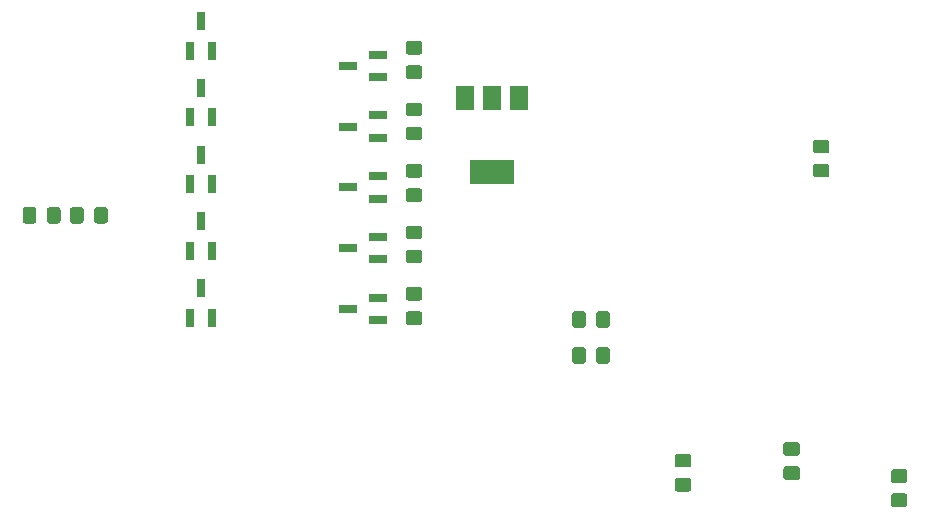
<source format=gbr>
%TF.GenerationSoftware,KiCad,Pcbnew,5.1.5+dfsg1-2build2*%
%TF.CreationDate,2021-01-07T21:04:46-03:00*%
%TF.ProjectId,Punkatoo,50756e6b-6174-46f6-9f2e-6b696361645f,rev?*%
%TF.SameCoordinates,Original*%
%TF.FileFunction,Paste,Bot*%
%TF.FilePolarity,Positive*%
%FSLAX46Y46*%
G04 Gerber Fmt 4.6, Leading zero omitted, Abs format (unit mm)*
G04 Created by KiCad (PCBNEW 5.1.5+dfsg1-2build2) date 2021-01-07 21:04:46*
%MOMM*%
%LPD*%
G04 APERTURE LIST*
%ADD10C,0.100000*%
%ADD11R,0.800000X1.500000*%
%ADD12R,1.500000X0.800000*%
%ADD13R,3.800000X2.000000*%
%ADD14R,1.500000X2.000000*%
G04 APERTURE END LIST*
D10*
%TO.C,JP3*%
G36*
X80274505Y-89301204D02*
G01*
X80298773Y-89304804D01*
X80322572Y-89310765D01*
X80345671Y-89319030D01*
X80367850Y-89329520D01*
X80388893Y-89342132D01*
X80408599Y-89356747D01*
X80426777Y-89373223D01*
X80443253Y-89391401D01*
X80457868Y-89411107D01*
X80470480Y-89432150D01*
X80480970Y-89454329D01*
X80489235Y-89477428D01*
X80495196Y-89501227D01*
X80498796Y-89525495D01*
X80500000Y-89549999D01*
X80500000Y-90450001D01*
X80498796Y-90474505D01*
X80495196Y-90498773D01*
X80489235Y-90522572D01*
X80480970Y-90545671D01*
X80470480Y-90567850D01*
X80457868Y-90588893D01*
X80443253Y-90608599D01*
X80426777Y-90626777D01*
X80408599Y-90643253D01*
X80388893Y-90657868D01*
X80367850Y-90670480D01*
X80345671Y-90680970D01*
X80322572Y-90689235D01*
X80298773Y-90695196D01*
X80274505Y-90698796D01*
X80250001Y-90700000D01*
X79599999Y-90700000D01*
X79575495Y-90698796D01*
X79551227Y-90695196D01*
X79527428Y-90689235D01*
X79504329Y-90680970D01*
X79482150Y-90670480D01*
X79461107Y-90657868D01*
X79441401Y-90643253D01*
X79423223Y-90626777D01*
X79406747Y-90608599D01*
X79392132Y-90588893D01*
X79379520Y-90567850D01*
X79369030Y-90545671D01*
X79360765Y-90522572D01*
X79354804Y-90498773D01*
X79351204Y-90474505D01*
X79350000Y-90450001D01*
X79350000Y-89549999D01*
X79351204Y-89525495D01*
X79354804Y-89501227D01*
X79360765Y-89477428D01*
X79369030Y-89454329D01*
X79379520Y-89432150D01*
X79392132Y-89411107D01*
X79406747Y-89391401D01*
X79423223Y-89373223D01*
X79441401Y-89356747D01*
X79461107Y-89342132D01*
X79482150Y-89329520D01*
X79504329Y-89319030D01*
X79527428Y-89310765D01*
X79551227Y-89304804D01*
X79575495Y-89301204D01*
X79599999Y-89300000D01*
X80250001Y-89300000D01*
X80274505Y-89301204D01*
G37*
G36*
X78224505Y-89301204D02*
G01*
X78248773Y-89304804D01*
X78272572Y-89310765D01*
X78295671Y-89319030D01*
X78317850Y-89329520D01*
X78338893Y-89342132D01*
X78358599Y-89356747D01*
X78376777Y-89373223D01*
X78393253Y-89391401D01*
X78407868Y-89411107D01*
X78420480Y-89432150D01*
X78430970Y-89454329D01*
X78439235Y-89477428D01*
X78445196Y-89501227D01*
X78448796Y-89525495D01*
X78450000Y-89549999D01*
X78450000Y-90450001D01*
X78448796Y-90474505D01*
X78445196Y-90498773D01*
X78439235Y-90522572D01*
X78430970Y-90545671D01*
X78420480Y-90567850D01*
X78407868Y-90588893D01*
X78393253Y-90608599D01*
X78376777Y-90626777D01*
X78358599Y-90643253D01*
X78338893Y-90657868D01*
X78317850Y-90670480D01*
X78295671Y-90680970D01*
X78272572Y-90689235D01*
X78248773Y-90695196D01*
X78224505Y-90698796D01*
X78200001Y-90700000D01*
X77549999Y-90700000D01*
X77525495Y-90698796D01*
X77501227Y-90695196D01*
X77477428Y-90689235D01*
X77454329Y-90680970D01*
X77432150Y-90670480D01*
X77411107Y-90657868D01*
X77391401Y-90643253D01*
X77373223Y-90626777D01*
X77356747Y-90608599D01*
X77342132Y-90588893D01*
X77329520Y-90567850D01*
X77319030Y-90545671D01*
X77310765Y-90522572D01*
X77304804Y-90498773D01*
X77301204Y-90474505D01*
X77300000Y-90450001D01*
X77300000Y-89549999D01*
X77301204Y-89525495D01*
X77304804Y-89501227D01*
X77310765Y-89477428D01*
X77319030Y-89454329D01*
X77329520Y-89432150D01*
X77342132Y-89411107D01*
X77356747Y-89391401D01*
X77373223Y-89373223D01*
X77391401Y-89356747D01*
X77411107Y-89342132D01*
X77432150Y-89329520D01*
X77454329Y-89319030D01*
X77477428Y-89310765D01*
X77501227Y-89304804D01*
X77525495Y-89301204D01*
X77549999Y-89300000D01*
X78200001Y-89300000D01*
X78224505Y-89301204D01*
G37*
%TD*%
%TO.C,JP2*%
G36*
X74224505Y-89301204D02*
G01*
X74248773Y-89304804D01*
X74272572Y-89310765D01*
X74295671Y-89319030D01*
X74317850Y-89329520D01*
X74338893Y-89342132D01*
X74358599Y-89356747D01*
X74376777Y-89373223D01*
X74393253Y-89391401D01*
X74407868Y-89411107D01*
X74420480Y-89432150D01*
X74430970Y-89454329D01*
X74439235Y-89477428D01*
X74445196Y-89501227D01*
X74448796Y-89525495D01*
X74450000Y-89549999D01*
X74450000Y-90450001D01*
X74448796Y-90474505D01*
X74445196Y-90498773D01*
X74439235Y-90522572D01*
X74430970Y-90545671D01*
X74420480Y-90567850D01*
X74407868Y-90588893D01*
X74393253Y-90608599D01*
X74376777Y-90626777D01*
X74358599Y-90643253D01*
X74338893Y-90657868D01*
X74317850Y-90670480D01*
X74295671Y-90680970D01*
X74272572Y-90689235D01*
X74248773Y-90695196D01*
X74224505Y-90698796D01*
X74200001Y-90700000D01*
X73549999Y-90700000D01*
X73525495Y-90698796D01*
X73501227Y-90695196D01*
X73477428Y-90689235D01*
X73454329Y-90680970D01*
X73432150Y-90670480D01*
X73411107Y-90657868D01*
X73391401Y-90643253D01*
X73373223Y-90626777D01*
X73356747Y-90608599D01*
X73342132Y-90588893D01*
X73329520Y-90567850D01*
X73319030Y-90545671D01*
X73310765Y-90522572D01*
X73304804Y-90498773D01*
X73301204Y-90474505D01*
X73300000Y-90450001D01*
X73300000Y-89549999D01*
X73301204Y-89525495D01*
X73304804Y-89501227D01*
X73310765Y-89477428D01*
X73319030Y-89454329D01*
X73329520Y-89432150D01*
X73342132Y-89411107D01*
X73356747Y-89391401D01*
X73373223Y-89373223D01*
X73391401Y-89356747D01*
X73411107Y-89342132D01*
X73432150Y-89329520D01*
X73454329Y-89319030D01*
X73477428Y-89310765D01*
X73501227Y-89304804D01*
X73525495Y-89301204D01*
X73549999Y-89300000D01*
X74200001Y-89300000D01*
X74224505Y-89301204D01*
G37*
G36*
X76274505Y-89301204D02*
G01*
X76298773Y-89304804D01*
X76322572Y-89310765D01*
X76345671Y-89319030D01*
X76367850Y-89329520D01*
X76388893Y-89342132D01*
X76408599Y-89356747D01*
X76426777Y-89373223D01*
X76443253Y-89391401D01*
X76457868Y-89411107D01*
X76470480Y-89432150D01*
X76480970Y-89454329D01*
X76489235Y-89477428D01*
X76495196Y-89501227D01*
X76498796Y-89525495D01*
X76500000Y-89549999D01*
X76500000Y-90450001D01*
X76498796Y-90474505D01*
X76495196Y-90498773D01*
X76489235Y-90522572D01*
X76480970Y-90545671D01*
X76470480Y-90567850D01*
X76457868Y-90588893D01*
X76443253Y-90608599D01*
X76426777Y-90626777D01*
X76408599Y-90643253D01*
X76388893Y-90657868D01*
X76367850Y-90670480D01*
X76345671Y-90680970D01*
X76322572Y-90689235D01*
X76298773Y-90695196D01*
X76274505Y-90698796D01*
X76250001Y-90700000D01*
X75599999Y-90700000D01*
X75575495Y-90698796D01*
X75551227Y-90695196D01*
X75527428Y-90689235D01*
X75504329Y-90680970D01*
X75482150Y-90670480D01*
X75461107Y-90657868D01*
X75441401Y-90643253D01*
X75423223Y-90626777D01*
X75406747Y-90608599D01*
X75392132Y-90588893D01*
X75379520Y-90567850D01*
X75369030Y-90545671D01*
X75360765Y-90522572D01*
X75354804Y-90498773D01*
X75351204Y-90474505D01*
X75350000Y-90450001D01*
X75350000Y-89549999D01*
X75351204Y-89525495D01*
X75354804Y-89501227D01*
X75360765Y-89477428D01*
X75369030Y-89454329D01*
X75379520Y-89432150D01*
X75392132Y-89411107D01*
X75406747Y-89391401D01*
X75423223Y-89373223D01*
X75441401Y-89356747D01*
X75461107Y-89342132D01*
X75482150Y-89329520D01*
X75504329Y-89319030D01*
X75527428Y-89310765D01*
X75551227Y-89304804D01*
X75575495Y-89301204D01*
X75599999Y-89300000D01*
X76250001Y-89300000D01*
X76274505Y-89301204D01*
G37*
%TD*%
%TO.C,J5*%
G36*
X141374505Y-85651204D02*
G01*
X141398773Y-85654804D01*
X141422572Y-85660765D01*
X141445671Y-85669030D01*
X141467850Y-85679520D01*
X141488893Y-85692132D01*
X141508599Y-85706747D01*
X141526777Y-85723223D01*
X141543253Y-85741401D01*
X141557868Y-85761107D01*
X141570480Y-85782150D01*
X141580970Y-85804329D01*
X141589235Y-85827428D01*
X141595196Y-85851227D01*
X141598796Y-85875495D01*
X141600000Y-85899999D01*
X141600000Y-86550001D01*
X141598796Y-86574505D01*
X141595196Y-86598773D01*
X141589235Y-86622572D01*
X141580970Y-86645671D01*
X141570480Y-86667850D01*
X141557868Y-86688893D01*
X141543253Y-86708599D01*
X141526777Y-86726777D01*
X141508599Y-86743253D01*
X141488893Y-86757868D01*
X141467850Y-86770480D01*
X141445671Y-86780970D01*
X141422572Y-86789235D01*
X141398773Y-86795196D01*
X141374505Y-86798796D01*
X141350001Y-86800000D01*
X140449999Y-86800000D01*
X140425495Y-86798796D01*
X140401227Y-86795196D01*
X140377428Y-86789235D01*
X140354329Y-86780970D01*
X140332150Y-86770480D01*
X140311107Y-86757868D01*
X140291401Y-86743253D01*
X140273223Y-86726777D01*
X140256747Y-86708599D01*
X140242132Y-86688893D01*
X140229520Y-86667850D01*
X140219030Y-86645671D01*
X140210765Y-86622572D01*
X140204804Y-86598773D01*
X140201204Y-86574505D01*
X140200000Y-86550001D01*
X140200000Y-85899999D01*
X140201204Y-85875495D01*
X140204804Y-85851227D01*
X140210765Y-85827428D01*
X140219030Y-85804329D01*
X140229520Y-85782150D01*
X140242132Y-85761107D01*
X140256747Y-85741401D01*
X140273223Y-85723223D01*
X140291401Y-85706747D01*
X140311107Y-85692132D01*
X140332150Y-85679520D01*
X140354329Y-85669030D01*
X140377428Y-85660765D01*
X140401227Y-85654804D01*
X140425495Y-85651204D01*
X140449999Y-85650000D01*
X141350001Y-85650000D01*
X141374505Y-85651204D01*
G37*
G36*
X141374505Y-83601204D02*
G01*
X141398773Y-83604804D01*
X141422572Y-83610765D01*
X141445671Y-83619030D01*
X141467850Y-83629520D01*
X141488893Y-83642132D01*
X141508599Y-83656747D01*
X141526777Y-83673223D01*
X141543253Y-83691401D01*
X141557868Y-83711107D01*
X141570480Y-83732150D01*
X141580970Y-83754329D01*
X141589235Y-83777428D01*
X141595196Y-83801227D01*
X141598796Y-83825495D01*
X141600000Y-83849999D01*
X141600000Y-84500001D01*
X141598796Y-84524505D01*
X141595196Y-84548773D01*
X141589235Y-84572572D01*
X141580970Y-84595671D01*
X141570480Y-84617850D01*
X141557868Y-84638893D01*
X141543253Y-84658599D01*
X141526777Y-84676777D01*
X141508599Y-84693253D01*
X141488893Y-84707868D01*
X141467850Y-84720480D01*
X141445671Y-84730970D01*
X141422572Y-84739235D01*
X141398773Y-84745196D01*
X141374505Y-84748796D01*
X141350001Y-84750000D01*
X140449999Y-84750000D01*
X140425495Y-84748796D01*
X140401227Y-84745196D01*
X140377428Y-84739235D01*
X140354329Y-84730970D01*
X140332150Y-84720480D01*
X140311107Y-84707868D01*
X140291401Y-84693253D01*
X140273223Y-84676777D01*
X140256747Y-84658599D01*
X140242132Y-84638893D01*
X140229520Y-84617850D01*
X140219030Y-84595671D01*
X140210765Y-84572572D01*
X140204804Y-84548773D01*
X140201204Y-84524505D01*
X140200000Y-84500001D01*
X140200000Y-83849999D01*
X140201204Y-83825495D01*
X140204804Y-83801227D01*
X140210765Y-83777428D01*
X140219030Y-83754329D01*
X140229520Y-83732150D01*
X140242132Y-83711107D01*
X140256747Y-83691401D01*
X140273223Y-83673223D01*
X140291401Y-83656747D01*
X140311107Y-83642132D01*
X140332150Y-83629520D01*
X140354329Y-83619030D01*
X140377428Y-83610765D01*
X140401227Y-83604804D01*
X140425495Y-83601204D01*
X140449999Y-83600000D01*
X141350001Y-83600000D01*
X141374505Y-83601204D01*
G37*
%TD*%
%TO.C,J4*%
G36*
X147974505Y-111501204D02*
G01*
X147998773Y-111504804D01*
X148022572Y-111510765D01*
X148045671Y-111519030D01*
X148067850Y-111529520D01*
X148088893Y-111542132D01*
X148108599Y-111556747D01*
X148126777Y-111573223D01*
X148143253Y-111591401D01*
X148157868Y-111611107D01*
X148170480Y-111632150D01*
X148180970Y-111654329D01*
X148189235Y-111677428D01*
X148195196Y-111701227D01*
X148198796Y-111725495D01*
X148200000Y-111749999D01*
X148200000Y-112400001D01*
X148198796Y-112424505D01*
X148195196Y-112448773D01*
X148189235Y-112472572D01*
X148180970Y-112495671D01*
X148170480Y-112517850D01*
X148157868Y-112538893D01*
X148143253Y-112558599D01*
X148126777Y-112576777D01*
X148108599Y-112593253D01*
X148088893Y-112607868D01*
X148067850Y-112620480D01*
X148045671Y-112630970D01*
X148022572Y-112639235D01*
X147998773Y-112645196D01*
X147974505Y-112648796D01*
X147950001Y-112650000D01*
X147049999Y-112650000D01*
X147025495Y-112648796D01*
X147001227Y-112645196D01*
X146977428Y-112639235D01*
X146954329Y-112630970D01*
X146932150Y-112620480D01*
X146911107Y-112607868D01*
X146891401Y-112593253D01*
X146873223Y-112576777D01*
X146856747Y-112558599D01*
X146842132Y-112538893D01*
X146829520Y-112517850D01*
X146819030Y-112495671D01*
X146810765Y-112472572D01*
X146804804Y-112448773D01*
X146801204Y-112424505D01*
X146800000Y-112400001D01*
X146800000Y-111749999D01*
X146801204Y-111725495D01*
X146804804Y-111701227D01*
X146810765Y-111677428D01*
X146819030Y-111654329D01*
X146829520Y-111632150D01*
X146842132Y-111611107D01*
X146856747Y-111591401D01*
X146873223Y-111573223D01*
X146891401Y-111556747D01*
X146911107Y-111542132D01*
X146932150Y-111529520D01*
X146954329Y-111519030D01*
X146977428Y-111510765D01*
X147001227Y-111504804D01*
X147025495Y-111501204D01*
X147049999Y-111500000D01*
X147950001Y-111500000D01*
X147974505Y-111501204D01*
G37*
G36*
X147974505Y-113551204D02*
G01*
X147998773Y-113554804D01*
X148022572Y-113560765D01*
X148045671Y-113569030D01*
X148067850Y-113579520D01*
X148088893Y-113592132D01*
X148108599Y-113606747D01*
X148126777Y-113623223D01*
X148143253Y-113641401D01*
X148157868Y-113661107D01*
X148170480Y-113682150D01*
X148180970Y-113704329D01*
X148189235Y-113727428D01*
X148195196Y-113751227D01*
X148198796Y-113775495D01*
X148200000Y-113799999D01*
X148200000Y-114450001D01*
X148198796Y-114474505D01*
X148195196Y-114498773D01*
X148189235Y-114522572D01*
X148180970Y-114545671D01*
X148170480Y-114567850D01*
X148157868Y-114588893D01*
X148143253Y-114608599D01*
X148126777Y-114626777D01*
X148108599Y-114643253D01*
X148088893Y-114657868D01*
X148067850Y-114670480D01*
X148045671Y-114680970D01*
X148022572Y-114689235D01*
X147998773Y-114695196D01*
X147974505Y-114698796D01*
X147950001Y-114700000D01*
X147049999Y-114700000D01*
X147025495Y-114698796D01*
X147001227Y-114695196D01*
X146977428Y-114689235D01*
X146954329Y-114680970D01*
X146932150Y-114670480D01*
X146911107Y-114657868D01*
X146891401Y-114643253D01*
X146873223Y-114626777D01*
X146856747Y-114608599D01*
X146842132Y-114588893D01*
X146829520Y-114567850D01*
X146819030Y-114545671D01*
X146810765Y-114522572D01*
X146804804Y-114498773D01*
X146801204Y-114474505D01*
X146800000Y-114450001D01*
X146800000Y-113799999D01*
X146801204Y-113775495D01*
X146804804Y-113751227D01*
X146810765Y-113727428D01*
X146819030Y-113704329D01*
X146829520Y-113682150D01*
X146842132Y-113661107D01*
X146856747Y-113641401D01*
X146873223Y-113623223D01*
X146891401Y-113606747D01*
X146911107Y-113592132D01*
X146932150Y-113579520D01*
X146954329Y-113569030D01*
X146977428Y-113560765D01*
X147001227Y-113554804D01*
X147025495Y-113551204D01*
X147049999Y-113550000D01*
X147950001Y-113550000D01*
X147974505Y-113551204D01*
G37*
%TD*%
%TO.C,R6*%
G36*
X138874505Y-111251204D02*
G01*
X138898773Y-111254804D01*
X138922572Y-111260765D01*
X138945671Y-111269030D01*
X138967850Y-111279520D01*
X138988893Y-111292132D01*
X139008599Y-111306747D01*
X139026777Y-111323223D01*
X139043253Y-111341401D01*
X139057868Y-111361107D01*
X139070480Y-111382150D01*
X139080970Y-111404329D01*
X139089235Y-111427428D01*
X139095196Y-111451227D01*
X139098796Y-111475495D01*
X139100000Y-111499999D01*
X139100000Y-112150001D01*
X139098796Y-112174505D01*
X139095196Y-112198773D01*
X139089235Y-112222572D01*
X139080970Y-112245671D01*
X139070480Y-112267850D01*
X139057868Y-112288893D01*
X139043253Y-112308599D01*
X139026777Y-112326777D01*
X139008599Y-112343253D01*
X138988893Y-112357868D01*
X138967850Y-112370480D01*
X138945671Y-112380970D01*
X138922572Y-112389235D01*
X138898773Y-112395196D01*
X138874505Y-112398796D01*
X138850001Y-112400000D01*
X137949999Y-112400000D01*
X137925495Y-112398796D01*
X137901227Y-112395196D01*
X137877428Y-112389235D01*
X137854329Y-112380970D01*
X137832150Y-112370480D01*
X137811107Y-112357868D01*
X137791401Y-112343253D01*
X137773223Y-112326777D01*
X137756747Y-112308599D01*
X137742132Y-112288893D01*
X137729520Y-112267850D01*
X137719030Y-112245671D01*
X137710765Y-112222572D01*
X137704804Y-112198773D01*
X137701204Y-112174505D01*
X137700000Y-112150001D01*
X137700000Y-111499999D01*
X137701204Y-111475495D01*
X137704804Y-111451227D01*
X137710765Y-111427428D01*
X137719030Y-111404329D01*
X137729520Y-111382150D01*
X137742132Y-111361107D01*
X137756747Y-111341401D01*
X137773223Y-111323223D01*
X137791401Y-111306747D01*
X137811107Y-111292132D01*
X137832150Y-111279520D01*
X137854329Y-111269030D01*
X137877428Y-111260765D01*
X137901227Y-111254804D01*
X137925495Y-111251204D01*
X137949999Y-111250000D01*
X138850001Y-111250000D01*
X138874505Y-111251204D01*
G37*
G36*
X138874505Y-109201204D02*
G01*
X138898773Y-109204804D01*
X138922572Y-109210765D01*
X138945671Y-109219030D01*
X138967850Y-109229520D01*
X138988893Y-109242132D01*
X139008599Y-109256747D01*
X139026777Y-109273223D01*
X139043253Y-109291401D01*
X139057868Y-109311107D01*
X139070480Y-109332150D01*
X139080970Y-109354329D01*
X139089235Y-109377428D01*
X139095196Y-109401227D01*
X139098796Y-109425495D01*
X139100000Y-109449999D01*
X139100000Y-110100001D01*
X139098796Y-110124505D01*
X139095196Y-110148773D01*
X139089235Y-110172572D01*
X139080970Y-110195671D01*
X139070480Y-110217850D01*
X139057868Y-110238893D01*
X139043253Y-110258599D01*
X139026777Y-110276777D01*
X139008599Y-110293253D01*
X138988893Y-110307868D01*
X138967850Y-110320480D01*
X138945671Y-110330970D01*
X138922572Y-110339235D01*
X138898773Y-110345196D01*
X138874505Y-110348796D01*
X138850001Y-110350000D01*
X137949999Y-110350000D01*
X137925495Y-110348796D01*
X137901227Y-110345196D01*
X137877428Y-110339235D01*
X137854329Y-110330970D01*
X137832150Y-110320480D01*
X137811107Y-110307868D01*
X137791401Y-110293253D01*
X137773223Y-110276777D01*
X137756747Y-110258599D01*
X137742132Y-110238893D01*
X137729520Y-110217850D01*
X137719030Y-110195671D01*
X137710765Y-110172572D01*
X137704804Y-110148773D01*
X137701204Y-110124505D01*
X137700000Y-110100001D01*
X137700000Y-109449999D01*
X137701204Y-109425495D01*
X137704804Y-109401227D01*
X137710765Y-109377428D01*
X137719030Y-109354329D01*
X137729520Y-109332150D01*
X137742132Y-109311107D01*
X137756747Y-109291401D01*
X137773223Y-109273223D01*
X137791401Y-109256747D01*
X137811107Y-109242132D01*
X137832150Y-109229520D01*
X137854329Y-109219030D01*
X137877428Y-109210765D01*
X137901227Y-109204804D01*
X137925495Y-109201204D01*
X137949999Y-109200000D01*
X138850001Y-109200000D01*
X138874505Y-109201204D01*
G37*
%TD*%
%TO.C,R7*%
G36*
X129674505Y-112251204D02*
G01*
X129698773Y-112254804D01*
X129722572Y-112260765D01*
X129745671Y-112269030D01*
X129767850Y-112279520D01*
X129788893Y-112292132D01*
X129808599Y-112306747D01*
X129826777Y-112323223D01*
X129843253Y-112341401D01*
X129857868Y-112361107D01*
X129870480Y-112382150D01*
X129880970Y-112404329D01*
X129889235Y-112427428D01*
X129895196Y-112451227D01*
X129898796Y-112475495D01*
X129900000Y-112499999D01*
X129900000Y-113150001D01*
X129898796Y-113174505D01*
X129895196Y-113198773D01*
X129889235Y-113222572D01*
X129880970Y-113245671D01*
X129870480Y-113267850D01*
X129857868Y-113288893D01*
X129843253Y-113308599D01*
X129826777Y-113326777D01*
X129808599Y-113343253D01*
X129788893Y-113357868D01*
X129767850Y-113370480D01*
X129745671Y-113380970D01*
X129722572Y-113389235D01*
X129698773Y-113395196D01*
X129674505Y-113398796D01*
X129650001Y-113400000D01*
X128749999Y-113400000D01*
X128725495Y-113398796D01*
X128701227Y-113395196D01*
X128677428Y-113389235D01*
X128654329Y-113380970D01*
X128632150Y-113370480D01*
X128611107Y-113357868D01*
X128591401Y-113343253D01*
X128573223Y-113326777D01*
X128556747Y-113308599D01*
X128542132Y-113288893D01*
X128529520Y-113267850D01*
X128519030Y-113245671D01*
X128510765Y-113222572D01*
X128504804Y-113198773D01*
X128501204Y-113174505D01*
X128500000Y-113150001D01*
X128500000Y-112499999D01*
X128501204Y-112475495D01*
X128504804Y-112451227D01*
X128510765Y-112427428D01*
X128519030Y-112404329D01*
X128529520Y-112382150D01*
X128542132Y-112361107D01*
X128556747Y-112341401D01*
X128573223Y-112323223D01*
X128591401Y-112306747D01*
X128611107Y-112292132D01*
X128632150Y-112279520D01*
X128654329Y-112269030D01*
X128677428Y-112260765D01*
X128701227Y-112254804D01*
X128725495Y-112251204D01*
X128749999Y-112250000D01*
X129650001Y-112250000D01*
X129674505Y-112251204D01*
G37*
G36*
X129674505Y-110201204D02*
G01*
X129698773Y-110204804D01*
X129722572Y-110210765D01*
X129745671Y-110219030D01*
X129767850Y-110229520D01*
X129788893Y-110242132D01*
X129808599Y-110256747D01*
X129826777Y-110273223D01*
X129843253Y-110291401D01*
X129857868Y-110311107D01*
X129870480Y-110332150D01*
X129880970Y-110354329D01*
X129889235Y-110377428D01*
X129895196Y-110401227D01*
X129898796Y-110425495D01*
X129900000Y-110449999D01*
X129900000Y-111100001D01*
X129898796Y-111124505D01*
X129895196Y-111148773D01*
X129889235Y-111172572D01*
X129880970Y-111195671D01*
X129870480Y-111217850D01*
X129857868Y-111238893D01*
X129843253Y-111258599D01*
X129826777Y-111276777D01*
X129808599Y-111293253D01*
X129788893Y-111307868D01*
X129767850Y-111320480D01*
X129745671Y-111330970D01*
X129722572Y-111339235D01*
X129698773Y-111345196D01*
X129674505Y-111348796D01*
X129650001Y-111350000D01*
X128749999Y-111350000D01*
X128725495Y-111348796D01*
X128701227Y-111345196D01*
X128677428Y-111339235D01*
X128654329Y-111330970D01*
X128632150Y-111320480D01*
X128611107Y-111307868D01*
X128591401Y-111293253D01*
X128573223Y-111276777D01*
X128556747Y-111258599D01*
X128542132Y-111238893D01*
X128529520Y-111217850D01*
X128519030Y-111195671D01*
X128510765Y-111172572D01*
X128504804Y-111148773D01*
X128501204Y-111124505D01*
X128500000Y-111100001D01*
X128500000Y-110449999D01*
X128501204Y-110425495D01*
X128504804Y-110401227D01*
X128510765Y-110377428D01*
X128519030Y-110354329D01*
X128529520Y-110332150D01*
X128542132Y-110311107D01*
X128556747Y-110291401D01*
X128573223Y-110273223D01*
X128591401Y-110256747D01*
X128611107Y-110242132D01*
X128632150Y-110229520D01*
X128654329Y-110219030D01*
X128677428Y-110210765D01*
X128701227Y-110204804D01*
X128725495Y-110201204D01*
X128749999Y-110200000D01*
X129650001Y-110200000D01*
X129674505Y-110201204D01*
G37*
%TD*%
D11*
%TO.C,Q11*%
X89340000Y-98670000D03*
X87440000Y-98670000D03*
X88390000Y-96170000D03*
%TD*%
D12*
%TO.C,Q4*%
X103356000Y-86691000D03*
X103356000Y-88591000D03*
X100856000Y-87641000D03*
%TD*%
D11*
%TO.C,Q9*%
X89340000Y-87367000D03*
X87440000Y-87367000D03*
X88390000Y-84867000D03*
%TD*%
D12*
%TO.C,Q6*%
X103356000Y-96978000D03*
X103356000Y-98878000D03*
X100856000Y-97928000D03*
%TD*%
%TO.C,Q2*%
X103356000Y-76404000D03*
X103356000Y-78304000D03*
X100856000Y-77354000D03*
%TD*%
D10*
%TO.C,R9*%
G36*
X120736505Y-98107204D02*
G01*
X120760773Y-98110804D01*
X120784572Y-98116765D01*
X120807671Y-98125030D01*
X120829850Y-98135520D01*
X120850893Y-98148132D01*
X120870599Y-98162747D01*
X120888777Y-98179223D01*
X120905253Y-98197401D01*
X120919868Y-98217107D01*
X120932480Y-98238150D01*
X120942970Y-98260329D01*
X120951235Y-98283428D01*
X120957196Y-98307227D01*
X120960796Y-98331495D01*
X120962000Y-98355999D01*
X120962000Y-99256001D01*
X120960796Y-99280505D01*
X120957196Y-99304773D01*
X120951235Y-99328572D01*
X120942970Y-99351671D01*
X120932480Y-99373850D01*
X120919868Y-99394893D01*
X120905253Y-99414599D01*
X120888777Y-99432777D01*
X120870599Y-99449253D01*
X120850893Y-99463868D01*
X120829850Y-99476480D01*
X120807671Y-99486970D01*
X120784572Y-99495235D01*
X120760773Y-99501196D01*
X120736505Y-99504796D01*
X120712001Y-99506000D01*
X120061999Y-99506000D01*
X120037495Y-99504796D01*
X120013227Y-99501196D01*
X119989428Y-99495235D01*
X119966329Y-99486970D01*
X119944150Y-99476480D01*
X119923107Y-99463868D01*
X119903401Y-99449253D01*
X119885223Y-99432777D01*
X119868747Y-99414599D01*
X119854132Y-99394893D01*
X119841520Y-99373850D01*
X119831030Y-99351671D01*
X119822765Y-99328572D01*
X119816804Y-99304773D01*
X119813204Y-99280505D01*
X119812000Y-99256001D01*
X119812000Y-98355999D01*
X119813204Y-98331495D01*
X119816804Y-98307227D01*
X119822765Y-98283428D01*
X119831030Y-98260329D01*
X119841520Y-98238150D01*
X119854132Y-98217107D01*
X119868747Y-98197401D01*
X119885223Y-98179223D01*
X119903401Y-98162747D01*
X119923107Y-98148132D01*
X119944150Y-98135520D01*
X119966329Y-98125030D01*
X119989428Y-98116765D01*
X120013227Y-98110804D01*
X120037495Y-98107204D01*
X120061999Y-98106000D01*
X120712001Y-98106000D01*
X120736505Y-98107204D01*
G37*
G36*
X122786505Y-98107204D02*
G01*
X122810773Y-98110804D01*
X122834572Y-98116765D01*
X122857671Y-98125030D01*
X122879850Y-98135520D01*
X122900893Y-98148132D01*
X122920599Y-98162747D01*
X122938777Y-98179223D01*
X122955253Y-98197401D01*
X122969868Y-98217107D01*
X122982480Y-98238150D01*
X122992970Y-98260329D01*
X123001235Y-98283428D01*
X123007196Y-98307227D01*
X123010796Y-98331495D01*
X123012000Y-98355999D01*
X123012000Y-99256001D01*
X123010796Y-99280505D01*
X123007196Y-99304773D01*
X123001235Y-99328572D01*
X122992970Y-99351671D01*
X122982480Y-99373850D01*
X122969868Y-99394893D01*
X122955253Y-99414599D01*
X122938777Y-99432777D01*
X122920599Y-99449253D01*
X122900893Y-99463868D01*
X122879850Y-99476480D01*
X122857671Y-99486970D01*
X122834572Y-99495235D01*
X122810773Y-99501196D01*
X122786505Y-99504796D01*
X122762001Y-99506000D01*
X122111999Y-99506000D01*
X122087495Y-99504796D01*
X122063227Y-99501196D01*
X122039428Y-99495235D01*
X122016329Y-99486970D01*
X121994150Y-99476480D01*
X121973107Y-99463868D01*
X121953401Y-99449253D01*
X121935223Y-99432777D01*
X121918747Y-99414599D01*
X121904132Y-99394893D01*
X121891520Y-99373850D01*
X121881030Y-99351671D01*
X121872765Y-99328572D01*
X121866804Y-99304773D01*
X121863204Y-99280505D01*
X121862000Y-99256001D01*
X121862000Y-98355999D01*
X121863204Y-98331495D01*
X121866804Y-98307227D01*
X121872765Y-98283428D01*
X121881030Y-98260329D01*
X121891520Y-98238150D01*
X121904132Y-98217107D01*
X121918747Y-98197401D01*
X121935223Y-98179223D01*
X121953401Y-98162747D01*
X121973107Y-98148132D01*
X121994150Y-98135520D01*
X122016329Y-98125030D01*
X122039428Y-98116765D01*
X122063227Y-98110804D01*
X122087495Y-98107204D01*
X122111999Y-98106000D01*
X122762001Y-98106000D01*
X122786505Y-98107204D01*
G37*
%TD*%
D12*
%TO.C,Q3*%
X103356000Y-81547500D03*
X103356000Y-83447500D03*
X100856000Y-82497500D03*
%TD*%
D10*
%TO.C,R11*%
G36*
X106898505Y-80454204D02*
G01*
X106922773Y-80457804D01*
X106946572Y-80463765D01*
X106969671Y-80472030D01*
X106991850Y-80482520D01*
X107012893Y-80495132D01*
X107032599Y-80509747D01*
X107050777Y-80526223D01*
X107067253Y-80544401D01*
X107081868Y-80564107D01*
X107094480Y-80585150D01*
X107104970Y-80607329D01*
X107113235Y-80630428D01*
X107119196Y-80654227D01*
X107122796Y-80678495D01*
X107124000Y-80702999D01*
X107124000Y-81353001D01*
X107122796Y-81377505D01*
X107119196Y-81401773D01*
X107113235Y-81425572D01*
X107104970Y-81448671D01*
X107094480Y-81470850D01*
X107081868Y-81491893D01*
X107067253Y-81511599D01*
X107050777Y-81529777D01*
X107032599Y-81546253D01*
X107012893Y-81560868D01*
X106991850Y-81573480D01*
X106969671Y-81583970D01*
X106946572Y-81592235D01*
X106922773Y-81598196D01*
X106898505Y-81601796D01*
X106874001Y-81603000D01*
X105973999Y-81603000D01*
X105949495Y-81601796D01*
X105925227Y-81598196D01*
X105901428Y-81592235D01*
X105878329Y-81583970D01*
X105856150Y-81573480D01*
X105835107Y-81560868D01*
X105815401Y-81546253D01*
X105797223Y-81529777D01*
X105780747Y-81511599D01*
X105766132Y-81491893D01*
X105753520Y-81470850D01*
X105743030Y-81448671D01*
X105734765Y-81425572D01*
X105728804Y-81401773D01*
X105725204Y-81377505D01*
X105724000Y-81353001D01*
X105724000Y-80702999D01*
X105725204Y-80678495D01*
X105728804Y-80654227D01*
X105734765Y-80630428D01*
X105743030Y-80607329D01*
X105753520Y-80585150D01*
X105766132Y-80564107D01*
X105780747Y-80544401D01*
X105797223Y-80526223D01*
X105815401Y-80509747D01*
X105835107Y-80495132D01*
X105856150Y-80482520D01*
X105878329Y-80472030D01*
X105901428Y-80463765D01*
X105925227Y-80457804D01*
X105949495Y-80454204D01*
X105973999Y-80453000D01*
X106874001Y-80453000D01*
X106898505Y-80454204D01*
G37*
G36*
X106898505Y-82504204D02*
G01*
X106922773Y-82507804D01*
X106946572Y-82513765D01*
X106969671Y-82522030D01*
X106991850Y-82532520D01*
X107012893Y-82545132D01*
X107032599Y-82559747D01*
X107050777Y-82576223D01*
X107067253Y-82594401D01*
X107081868Y-82614107D01*
X107094480Y-82635150D01*
X107104970Y-82657329D01*
X107113235Y-82680428D01*
X107119196Y-82704227D01*
X107122796Y-82728495D01*
X107124000Y-82752999D01*
X107124000Y-83403001D01*
X107122796Y-83427505D01*
X107119196Y-83451773D01*
X107113235Y-83475572D01*
X107104970Y-83498671D01*
X107094480Y-83520850D01*
X107081868Y-83541893D01*
X107067253Y-83561599D01*
X107050777Y-83579777D01*
X107032599Y-83596253D01*
X107012893Y-83610868D01*
X106991850Y-83623480D01*
X106969671Y-83633970D01*
X106946572Y-83642235D01*
X106922773Y-83648196D01*
X106898505Y-83651796D01*
X106874001Y-83653000D01*
X105973999Y-83653000D01*
X105949495Y-83651796D01*
X105925227Y-83648196D01*
X105901428Y-83642235D01*
X105878329Y-83633970D01*
X105856150Y-83623480D01*
X105835107Y-83610868D01*
X105815401Y-83596253D01*
X105797223Y-83579777D01*
X105780747Y-83561599D01*
X105766132Y-83541893D01*
X105753520Y-83520850D01*
X105743030Y-83498671D01*
X105734765Y-83475572D01*
X105728804Y-83451773D01*
X105725204Y-83427505D01*
X105724000Y-83403001D01*
X105724000Y-82752999D01*
X105725204Y-82728495D01*
X105728804Y-82704227D01*
X105734765Y-82680428D01*
X105743030Y-82657329D01*
X105753520Y-82635150D01*
X105766132Y-82614107D01*
X105780747Y-82594401D01*
X105797223Y-82576223D01*
X105815401Y-82559747D01*
X105835107Y-82545132D01*
X105856150Y-82532520D01*
X105878329Y-82522030D01*
X105901428Y-82513765D01*
X105925227Y-82507804D01*
X105949495Y-82504204D01*
X105973999Y-82503000D01*
X106874001Y-82503000D01*
X106898505Y-82504204D01*
G37*
%TD*%
%TO.C,R10*%
G36*
X106898505Y-75247204D02*
G01*
X106922773Y-75250804D01*
X106946572Y-75256765D01*
X106969671Y-75265030D01*
X106991850Y-75275520D01*
X107012893Y-75288132D01*
X107032599Y-75302747D01*
X107050777Y-75319223D01*
X107067253Y-75337401D01*
X107081868Y-75357107D01*
X107094480Y-75378150D01*
X107104970Y-75400329D01*
X107113235Y-75423428D01*
X107119196Y-75447227D01*
X107122796Y-75471495D01*
X107124000Y-75495999D01*
X107124000Y-76146001D01*
X107122796Y-76170505D01*
X107119196Y-76194773D01*
X107113235Y-76218572D01*
X107104970Y-76241671D01*
X107094480Y-76263850D01*
X107081868Y-76284893D01*
X107067253Y-76304599D01*
X107050777Y-76322777D01*
X107032599Y-76339253D01*
X107012893Y-76353868D01*
X106991850Y-76366480D01*
X106969671Y-76376970D01*
X106946572Y-76385235D01*
X106922773Y-76391196D01*
X106898505Y-76394796D01*
X106874001Y-76396000D01*
X105973999Y-76396000D01*
X105949495Y-76394796D01*
X105925227Y-76391196D01*
X105901428Y-76385235D01*
X105878329Y-76376970D01*
X105856150Y-76366480D01*
X105835107Y-76353868D01*
X105815401Y-76339253D01*
X105797223Y-76322777D01*
X105780747Y-76304599D01*
X105766132Y-76284893D01*
X105753520Y-76263850D01*
X105743030Y-76241671D01*
X105734765Y-76218572D01*
X105728804Y-76194773D01*
X105725204Y-76170505D01*
X105724000Y-76146001D01*
X105724000Y-75495999D01*
X105725204Y-75471495D01*
X105728804Y-75447227D01*
X105734765Y-75423428D01*
X105743030Y-75400329D01*
X105753520Y-75378150D01*
X105766132Y-75357107D01*
X105780747Y-75337401D01*
X105797223Y-75319223D01*
X105815401Y-75302747D01*
X105835107Y-75288132D01*
X105856150Y-75275520D01*
X105878329Y-75265030D01*
X105901428Y-75256765D01*
X105925227Y-75250804D01*
X105949495Y-75247204D01*
X105973999Y-75246000D01*
X106874001Y-75246000D01*
X106898505Y-75247204D01*
G37*
G36*
X106898505Y-77297204D02*
G01*
X106922773Y-77300804D01*
X106946572Y-77306765D01*
X106969671Y-77315030D01*
X106991850Y-77325520D01*
X107012893Y-77338132D01*
X107032599Y-77352747D01*
X107050777Y-77369223D01*
X107067253Y-77387401D01*
X107081868Y-77407107D01*
X107094480Y-77428150D01*
X107104970Y-77450329D01*
X107113235Y-77473428D01*
X107119196Y-77497227D01*
X107122796Y-77521495D01*
X107124000Y-77545999D01*
X107124000Y-78196001D01*
X107122796Y-78220505D01*
X107119196Y-78244773D01*
X107113235Y-78268572D01*
X107104970Y-78291671D01*
X107094480Y-78313850D01*
X107081868Y-78334893D01*
X107067253Y-78354599D01*
X107050777Y-78372777D01*
X107032599Y-78389253D01*
X107012893Y-78403868D01*
X106991850Y-78416480D01*
X106969671Y-78426970D01*
X106946572Y-78435235D01*
X106922773Y-78441196D01*
X106898505Y-78444796D01*
X106874001Y-78446000D01*
X105973999Y-78446000D01*
X105949495Y-78444796D01*
X105925227Y-78441196D01*
X105901428Y-78435235D01*
X105878329Y-78426970D01*
X105856150Y-78416480D01*
X105835107Y-78403868D01*
X105815401Y-78389253D01*
X105797223Y-78372777D01*
X105780747Y-78354599D01*
X105766132Y-78334893D01*
X105753520Y-78313850D01*
X105743030Y-78291671D01*
X105734765Y-78268572D01*
X105728804Y-78244773D01*
X105725204Y-78220505D01*
X105724000Y-78196001D01*
X105724000Y-77545999D01*
X105725204Y-77521495D01*
X105728804Y-77497227D01*
X105734765Y-77473428D01*
X105743030Y-77450329D01*
X105753520Y-77428150D01*
X105766132Y-77407107D01*
X105780747Y-77387401D01*
X105797223Y-77369223D01*
X105815401Y-77352747D01*
X105835107Y-77338132D01*
X105856150Y-77325520D01*
X105878329Y-77315030D01*
X105901428Y-77306765D01*
X105925227Y-77300804D01*
X105949495Y-77297204D01*
X105973999Y-77296000D01*
X106874001Y-77296000D01*
X106898505Y-77297204D01*
G37*
%TD*%
D13*
%TO.C,U3*%
X113028000Y-86346000D03*
D14*
X113028000Y-80046000D03*
X115328000Y-80046000D03*
X110728000Y-80046000D03*
%TD*%
D11*
%TO.C,Q8*%
X89340000Y-81715500D03*
X87440000Y-81715500D03*
X88390000Y-79215500D03*
%TD*%
D12*
%TO.C,Q5*%
X103356000Y-91834500D03*
X103356000Y-93734500D03*
X100856000Y-92784500D03*
%TD*%
D10*
%TO.C,R14*%
G36*
X106898505Y-98125204D02*
G01*
X106922773Y-98128804D01*
X106946572Y-98134765D01*
X106969671Y-98143030D01*
X106991850Y-98153520D01*
X107012893Y-98166132D01*
X107032599Y-98180747D01*
X107050777Y-98197223D01*
X107067253Y-98215401D01*
X107081868Y-98235107D01*
X107094480Y-98256150D01*
X107104970Y-98278329D01*
X107113235Y-98301428D01*
X107119196Y-98325227D01*
X107122796Y-98349495D01*
X107124000Y-98373999D01*
X107124000Y-99024001D01*
X107122796Y-99048505D01*
X107119196Y-99072773D01*
X107113235Y-99096572D01*
X107104970Y-99119671D01*
X107094480Y-99141850D01*
X107081868Y-99162893D01*
X107067253Y-99182599D01*
X107050777Y-99200777D01*
X107032599Y-99217253D01*
X107012893Y-99231868D01*
X106991850Y-99244480D01*
X106969671Y-99254970D01*
X106946572Y-99263235D01*
X106922773Y-99269196D01*
X106898505Y-99272796D01*
X106874001Y-99274000D01*
X105973999Y-99274000D01*
X105949495Y-99272796D01*
X105925227Y-99269196D01*
X105901428Y-99263235D01*
X105878329Y-99254970D01*
X105856150Y-99244480D01*
X105835107Y-99231868D01*
X105815401Y-99217253D01*
X105797223Y-99200777D01*
X105780747Y-99182599D01*
X105766132Y-99162893D01*
X105753520Y-99141850D01*
X105743030Y-99119671D01*
X105734765Y-99096572D01*
X105728804Y-99072773D01*
X105725204Y-99048505D01*
X105724000Y-99024001D01*
X105724000Y-98373999D01*
X105725204Y-98349495D01*
X105728804Y-98325227D01*
X105734765Y-98301428D01*
X105743030Y-98278329D01*
X105753520Y-98256150D01*
X105766132Y-98235107D01*
X105780747Y-98215401D01*
X105797223Y-98197223D01*
X105815401Y-98180747D01*
X105835107Y-98166132D01*
X105856150Y-98153520D01*
X105878329Y-98143030D01*
X105901428Y-98134765D01*
X105925227Y-98128804D01*
X105949495Y-98125204D01*
X105973999Y-98124000D01*
X106874001Y-98124000D01*
X106898505Y-98125204D01*
G37*
G36*
X106898505Y-96075204D02*
G01*
X106922773Y-96078804D01*
X106946572Y-96084765D01*
X106969671Y-96093030D01*
X106991850Y-96103520D01*
X107012893Y-96116132D01*
X107032599Y-96130747D01*
X107050777Y-96147223D01*
X107067253Y-96165401D01*
X107081868Y-96185107D01*
X107094480Y-96206150D01*
X107104970Y-96228329D01*
X107113235Y-96251428D01*
X107119196Y-96275227D01*
X107122796Y-96299495D01*
X107124000Y-96323999D01*
X107124000Y-96974001D01*
X107122796Y-96998505D01*
X107119196Y-97022773D01*
X107113235Y-97046572D01*
X107104970Y-97069671D01*
X107094480Y-97091850D01*
X107081868Y-97112893D01*
X107067253Y-97132599D01*
X107050777Y-97150777D01*
X107032599Y-97167253D01*
X107012893Y-97181868D01*
X106991850Y-97194480D01*
X106969671Y-97204970D01*
X106946572Y-97213235D01*
X106922773Y-97219196D01*
X106898505Y-97222796D01*
X106874001Y-97224000D01*
X105973999Y-97224000D01*
X105949495Y-97222796D01*
X105925227Y-97219196D01*
X105901428Y-97213235D01*
X105878329Y-97204970D01*
X105856150Y-97194480D01*
X105835107Y-97181868D01*
X105815401Y-97167253D01*
X105797223Y-97150777D01*
X105780747Y-97132599D01*
X105766132Y-97112893D01*
X105753520Y-97091850D01*
X105743030Y-97069671D01*
X105734765Y-97046572D01*
X105728804Y-97022773D01*
X105725204Y-96998505D01*
X105724000Y-96974001D01*
X105724000Y-96323999D01*
X105725204Y-96299495D01*
X105728804Y-96275227D01*
X105734765Y-96251428D01*
X105743030Y-96228329D01*
X105753520Y-96206150D01*
X105766132Y-96185107D01*
X105780747Y-96165401D01*
X105797223Y-96147223D01*
X105815401Y-96130747D01*
X105835107Y-96116132D01*
X105856150Y-96103520D01*
X105878329Y-96093030D01*
X105901428Y-96084765D01*
X105925227Y-96078804D01*
X105949495Y-96075204D01*
X105973999Y-96074000D01*
X106874001Y-96074000D01*
X106898505Y-96075204D01*
G37*
%TD*%
D11*
%TO.C,Q10*%
X89340000Y-93018500D03*
X87440000Y-93018500D03*
X88390000Y-90518500D03*
%TD*%
D10*
%TO.C,C1*%
G36*
X120736505Y-101155204D02*
G01*
X120760773Y-101158804D01*
X120784572Y-101164765D01*
X120807671Y-101173030D01*
X120829850Y-101183520D01*
X120850893Y-101196132D01*
X120870599Y-101210747D01*
X120888777Y-101227223D01*
X120905253Y-101245401D01*
X120919868Y-101265107D01*
X120932480Y-101286150D01*
X120942970Y-101308329D01*
X120951235Y-101331428D01*
X120957196Y-101355227D01*
X120960796Y-101379495D01*
X120962000Y-101403999D01*
X120962000Y-102304001D01*
X120960796Y-102328505D01*
X120957196Y-102352773D01*
X120951235Y-102376572D01*
X120942970Y-102399671D01*
X120932480Y-102421850D01*
X120919868Y-102442893D01*
X120905253Y-102462599D01*
X120888777Y-102480777D01*
X120870599Y-102497253D01*
X120850893Y-102511868D01*
X120829850Y-102524480D01*
X120807671Y-102534970D01*
X120784572Y-102543235D01*
X120760773Y-102549196D01*
X120736505Y-102552796D01*
X120712001Y-102554000D01*
X120061999Y-102554000D01*
X120037495Y-102552796D01*
X120013227Y-102549196D01*
X119989428Y-102543235D01*
X119966329Y-102534970D01*
X119944150Y-102524480D01*
X119923107Y-102511868D01*
X119903401Y-102497253D01*
X119885223Y-102480777D01*
X119868747Y-102462599D01*
X119854132Y-102442893D01*
X119841520Y-102421850D01*
X119831030Y-102399671D01*
X119822765Y-102376572D01*
X119816804Y-102352773D01*
X119813204Y-102328505D01*
X119812000Y-102304001D01*
X119812000Y-101403999D01*
X119813204Y-101379495D01*
X119816804Y-101355227D01*
X119822765Y-101331428D01*
X119831030Y-101308329D01*
X119841520Y-101286150D01*
X119854132Y-101265107D01*
X119868747Y-101245401D01*
X119885223Y-101227223D01*
X119903401Y-101210747D01*
X119923107Y-101196132D01*
X119944150Y-101183520D01*
X119966329Y-101173030D01*
X119989428Y-101164765D01*
X120013227Y-101158804D01*
X120037495Y-101155204D01*
X120061999Y-101154000D01*
X120712001Y-101154000D01*
X120736505Y-101155204D01*
G37*
G36*
X122786505Y-101155204D02*
G01*
X122810773Y-101158804D01*
X122834572Y-101164765D01*
X122857671Y-101173030D01*
X122879850Y-101183520D01*
X122900893Y-101196132D01*
X122920599Y-101210747D01*
X122938777Y-101227223D01*
X122955253Y-101245401D01*
X122969868Y-101265107D01*
X122982480Y-101286150D01*
X122992970Y-101308329D01*
X123001235Y-101331428D01*
X123007196Y-101355227D01*
X123010796Y-101379495D01*
X123012000Y-101403999D01*
X123012000Y-102304001D01*
X123010796Y-102328505D01*
X123007196Y-102352773D01*
X123001235Y-102376572D01*
X122992970Y-102399671D01*
X122982480Y-102421850D01*
X122969868Y-102442893D01*
X122955253Y-102462599D01*
X122938777Y-102480777D01*
X122920599Y-102497253D01*
X122900893Y-102511868D01*
X122879850Y-102524480D01*
X122857671Y-102534970D01*
X122834572Y-102543235D01*
X122810773Y-102549196D01*
X122786505Y-102552796D01*
X122762001Y-102554000D01*
X122111999Y-102554000D01*
X122087495Y-102552796D01*
X122063227Y-102549196D01*
X122039428Y-102543235D01*
X122016329Y-102534970D01*
X121994150Y-102524480D01*
X121973107Y-102511868D01*
X121953401Y-102497253D01*
X121935223Y-102480777D01*
X121918747Y-102462599D01*
X121904132Y-102442893D01*
X121891520Y-102421850D01*
X121881030Y-102399671D01*
X121872765Y-102376572D01*
X121866804Y-102352773D01*
X121863204Y-102328505D01*
X121862000Y-102304001D01*
X121862000Y-101403999D01*
X121863204Y-101379495D01*
X121866804Y-101355227D01*
X121872765Y-101331428D01*
X121881030Y-101308329D01*
X121891520Y-101286150D01*
X121904132Y-101265107D01*
X121918747Y-101245401D01*
X121935223Y-101227223D01*
X121953401Y-101210747D01*
X121973107Y-101196132D01*
X121994150Y-101183520D01*
X122016329Y-101173030D01*
X122039428Y-101164765D01*
X122063227Y-101158804D01*
X122087495Y-101155204D01*
X122111999Y-101154000D01*
X122762001Y-101154000D01*
X122786505Y-101155204D01*
G37*
%TD*%
%TO.C,R12*%
G36*
X106898505Y-85661204D02*
G01*
X106922773Y-85664804D01*
X106946572Y-85670765D01*
X106969671Y-85679030D01*
X106991850Y-85689520D01*
X107012893Y-85702132D01*
X107032599Y-85716747D01*
X107050777Y-85733223D01*
X107067253Y-85751401D01*
X107081868Y-85771107D01*
X107094480Y-85792150D01*
X107104970Y-85814329D01*
X107113235Y-85837428D01*
X107119196Y-85861227D01*
X107122796Y-85885495D01*
X107124000Y-85909999D01*
X107124000Y-86560001D01*
X107122796Y-86584505D01*
X107119196Y-86608773D01*
X107113235Y-86632572D01*
X107104970Y-86655671D01*
X107094480Y-86677850D01*
X107081868Y-86698893D01*
X107067253Y-86718599D01*
X107050777Y-86736777D01*
X107032599Y-86753253D01*
X107012893Y-86767868D01*
X106991850Y-86780480D01*
X106969671Y-86790970D01*
X106946572Y-86799235D01*
X106922773Y-86805196D01*
X106898505Y-86808796D01*
X106874001Y-86810000D01*
X105973999Y-86810000D01*
X105949495Y-86808796D01*
X105925227Y-86805196D01*
X105901428Y-86799235D01*
X105878329Y-86790970D01*
X105856150Y-86780480D01*
X105835107Y-86767868D01*
X105815401Y-86753253D01*
X105797223Y-86736777D01*
X105780747Y-86718599D01*
X105766132Y-86698893D01*
X105753520Y-86677850D01*
X105743030Y-86655671D01*
X105734765Y-86632572D01*
X105728804Y-86608773D01*
X105725204Y-86584505D01*
X105724000Y-86560001D01*
X105724000Y-85909999D01*
X105725204Y-85885495D01*
X105728804Y-85861227D01*
X105734765Y-85837428D01*
X105743030Y-85814329D01*
X105753520Y-85792150D01*
X105766132Y-85771107D01*
X105780747Y-85751401D01*
X105797223Y-85733223D01*
X105815401Y-85716747D01*
X105835107Y-85702132D01*
X105856150Y-85689520D01*
X105878329Y-85679030D01*
X105901428Y-85670765D01*
X105925227Y-85664804D01*
X105949495Y-85661204D01*
X105973999Y-85660000D01*
X106874001Y-85660000D01*
X106898505Y-85661204D01*
G37*
G36*
X106898505Y-87711204D02*
G01*
X106922773Y-87714804D01*
X106946572Y-87720765D01*
X106969671Y-87729030D01*
X106991850Y-87739520D01*
X107012893Y-87752132D01*
X107032599Y-87766747D01*
X107050777Y-87783223D01*
X107067253Y-87801401D01*
X107081868Y-87821107D01*
X107094480Y-87842150D01*
X107104970Y-87864329D01*
X107113235Y-87887428D01*
X107119196Y-87911227D01*
X107122796Y-87935495D01*
X107124000Y-87959999D01*
X107124000Y-88610001D01*
X107122796Y-88634505D01*
X107119196Y-88658773D01*
X107113235Y-88682572D01*
X107104970Y-88705671D01*
X107094480Y-88727850D01*
X107081868Y-88748893D01*
X107067253Y-88768599D01*
X107050777Y-88786777D01*
X107032599Y-88803253D01*
X107012893Y-88817868D01*
X106991850Y-88830480D01*
X106969671Y-88840970D01*
X106946572Y-88849235D01*
X106922773Y-88855196D01*
X106898505Y-88858796D01*
X106874001Y-88860000D01*
X105973999Y-88860000D01*
X105949495Y-88858796D01*
X105925227Y-88855196D01*
X105901428Y-88849235D01*
X105878329Y-88840970D01*
X105856150Y-88830480D01*
X105835107Y-88817868D01*
X105815401Y-88803253D01*
X105797223Y-88786777D01*
X105780747Y-88768599D01*
X105766132Y-88748893D01*
X105753520Y-88727850D01*
X105743030Y-88705671D01*
X105734765Y-88682572D01*
X105728804Y-88658773D01*
X105725204Y-88634505D01*
X105724000Y-88610001D01*
X105724000Y-87959999D01*
X105725204Y-87935495D01*
X105728804Y-87911227D01*
X105734765Y-87887428D01*
X105743030Y-87864329D01*
X105753520Y-87842150D01*
X105766132Y-87821107D01*
X105780747Y-87801401D01*
X105797223Y-87783223D01*
X105815401Y-87766747D01*
X105835107Y-87752132D01*
X105856150Y-87739520D01*
X105878329Y-87729030D01*
X105901428Y-87720765D01*
X105925227Y-87714804D01*
X105949495Y-87711204D01*
X105973999Y-87710000D01*
X106874001Y-87710000D01*
X106898505Y-87711204D01*
G37*
%TD*%
D11*
%TO.C,Q7*%
X89340000Y-76064000D03*
X87440000Y-76064000D03*
X88390000Y-73564000D03*
%TD*%
D10*
%TO.C,R13*%
G36*
X106898505Y-90868204D02*
G01*
X106922773Y-90871804D01*
X106946572Y-90877765D01*
X106969671Y-90886030D01*
X106991850Y-90896520D01*
X107012893Y-90909132D01*
X107032599Y-90923747D01*
X107050777Y-90940223D01*
X107067253Y-90958401D01*
X107081868Y-90978107D01*
X107094480Y-90999150D01*
X107104970Y-91021329D01*
X107113235Y-91044428D01*
X107119196Y-91068227D01*
X107122796Y-91092495D01*
X107124000Y-91116999D01*
X107124000Y-91767001D01*
X107122796Y-91791505D01*
X107119196Y-91815773D01*
X107113235Y-91839572D01*
X107104970Y-91862671D01*
X107094480Y-91884850D01*
X107081868Y-91905893D01*
X107067253Y-91925599D01*
X107050777Y-91943777D01*
X107032599Y-91960253D01*
X107012893Y-91974868D01*
X106991850Y-91987480D01*
X106969671Y-91997970D01*
X106946572Y-92006235D01*
X106922773Y-92012196D01*
X106898505Y-92015796D01*
X106874001Y-92017000D01*
X105973999Y-92017000D01*
X105949495Y-92015796D01*
X105925227Y-92012196D01*
X105901428Y-92006235D01*
X105878329Y-91997970D01*
X105856150Y-91987480D01*
X105835107Y-91974868D01*
X105815401Y-91960253D01*
X105797223Y-91943777D01*
X105780747Y-91925599D01*
X105766132Y-91905893D01*
X105753520Y-91884850D01*
X105743030Y-91862671D01*
X105734765Y-91839572D01*
X105728804Y-91815773D01*
X105725204Y-91791505D01*
X105724000Y-91767001D01*
X105724000Y-91116999D01*
X105725204Y-91092495D01*
X105728804Y-91068227D01*
X105734765Y-91044428D01*
X105743030Y-91021329D01*
X105753520Y-90999150D01*
X105766132Y-90978107D01*
X105780747Y-90958401D01*
X105797223Y-90940223D01*
X105815401Y-90923747D01*
X105835107Y-90909132D01*
X105856150Y-90896520D01*
X105878329Y-90886030D01*
X105901428Y-90877765D01*
X105925227Y-90871804D01*
X105949495Y-90868204D01*
X105973999Y-90867000D01*
X106874001Y-90867000D01*
X106898505Y-90868204D01*
G37*
G36*
X106898505Y-92918204D02*
G01*
X106922773Y-92921804D01*
X106946572Y-92927765D01*
X106969671Y-92936030D01*
X106991850Y-92946520D01*
X107012893Y-92959132D01*
X107032599Y-92973747D01*
X107050777Y-92990223D01*
X107067253Y-93008401D01*
X107081868Y-93028107D01*
X107094480Y-93049150D01*
X107104970Y-93071329D01*
X107113235Y-93094428D01*
X107119196Y-93118227D01*
X107122796Y-93142495D01*
X107124000Y-93166999D01*
X107124000Y-93817001D01*
X107122796Y-93841505D01*
X107119196Y-93865773D01*
X107113235Y-93889572D01*
X107104970Y-93912671D01*
X107094480Y-93934850D01*
X107081868Y-93955893D01*
X107067253Y-93975599D01*
X107050777Y-93993777D01*
X107032599Y-94010253D01*
X107012893Y-94024868D01*
X106991850Y-94037480D01*
X106969671Y-94047970D01*
X106946572Y-94056235D01*
X106922773Y-94062196D01*
X106898505Y-94065796D01*
X106874001Y-94067000D01*
X105973999Y-94067000D01*
X105949495Y-94065796D01*
X105925227Y-94062196D01*
X105901428Y-94056235D01*
X105878329Y-94047970D01*
X105856150Y-94037480D01*
X105835107Y-94024868D01*
X105815401Y-94010253D01*
X105797223Y-93993777D01*
X105780747Y-93975599D01*
X105766132Y-93955893D01*
X105753520Y-93934850D01*
X105743030Y-93912671D01*
X105734765Y-93889572D01*
X105728804Y-93865773D01*
X105725204Y-93841505D01*
X105724000Y-93817001D01*
X105724000Y-93166999D01*
X105725204Y-93142495D01*
X105728804Y-93118227D01*
X105734765Y-93094428D01*
X105743030Y-93071329D01*
X105753520Y-93049150D01*
X105766132Y-93028107D01*
X105780747Y-93008401D01*
X105797223Y-92990223D01*
X105815401Y-92973747D01*
X105835107Y-92959132D01*
X105856150Y-92946520D01*
X105878329Y-92936030D01*
X105901428Y-92927765D01*
X105925227Y-92921804D01*
X105949495Y-92918204D01*
X105973999Y-92917000D01*
X106874001Y-92917000D01*
X106898505Y-92918204D01*
G37*
%TD*%
M02*

</source>
